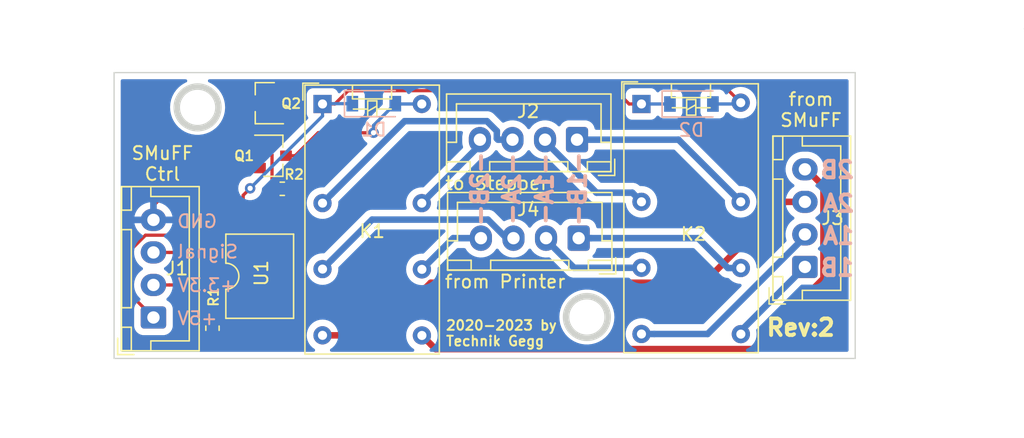
<source format=kicad_pcb>
(kicad_pcb (version 20211014) (generator pcbnew)
  (title_block (comment 4 "AISLER Project ID: FMWPPUGV"))
  (layers (0 "F.Cu" signal) (31 "B.Cu" signal) (34 "B.Paste" user) (35 "F.Paste" user) (36 "B.SilkS" user "B.Silkscreen") (37 "F.SilkS" user "F.Silkscreen") (38 "B.Mask" user) (39 "F.Mask" user) (44 "Edge.Cuts" user))
  (net 0 "")
  (net 1 "Net-(D1-Pad2)")
  (net 2 "Net-(D2-Pad2)")
  (net 3 "Net-(J1-Pad3)")
  (net 4 "Net-(J1-Pad2)")
  (net 5 "Net-(J4-Pad4)")
  (net 6 "Net-(J4-Pad3)")
  (net 7 "Net-(J4-Pad2)")
  (net 8 "Net-(J4-Pad1)")
  (net 9 "Net-(J3-Pad4)")
  (net 10 "Net-(J3-Pad3)")
  (net 11 "Net-(J3-Pad2)")
  (net 12 "Net-(J3-Pad1)")
  (net 13 "Net-(R1-Pad2)")
  (net 14 "Net-(R2-Pad2)")
  (net 15 "Net-(D1-Pad1)")
  (net 16 "Net-(J1-Pad4)")
  (net 17 "Net-(Q1-Pad1)")
  (net 18 "Net-(J2-Pad4)")
  (net 19 "Net-(J2-Pad3)")
  (net 20 "Net-(J2-Pad2)")
  (net 21 "Net-(J2-Pad1)")
  (footprint "Connector_JST:JST_XH_B4B-XH-A_1x04_P2.50mm_Vertical" (layer "F.Cu") (at 91.9226 66.7004 90)
    (fp_text reference "J1" (at 3.7592 1.8034) (layer "F.SilkS"))
    (fp_text value "JST XH")
    (fp_line (start -1.6 -2.75) (end -2.85 -2.75) (layer "F.SilkS") (width 0.12))
    (fp_line (start -2.55 -0.2) (end -1.8 -0.2) (layer "F.SilkS") (width 0.12))
    (fp_line (start -0.75 -2.45) (end -2.55 -2.45) (layer "F.SilkS") (width 0.12))
    (fp_line (start 10.05 -1.7) (end 10.05 -2.45) (layer "F.SilkS") (width 0.12))
    (fp_line (start -2.56 3.51) (end 10.06 3.51) (layer "F.SilkS") (width 0.12))
    (fp_line (start -2.55 -2.45) (end -2.55 -1.7) (layer "F.SilkS") (width 0.12))
    (fp_line (start -2.55 -1.7) (end -0.75 -1.7) (layer "F.SilkS") (width 0.12))
    (fp_line (start -2.85 -2.75) (end -2.85 -1.5) (layer "F.SilkS") (width 0.12))
    (fp_line (start 10.06 3.51) (end 10.06 -2.46) (layer "F.SilkS") (width 0.12))
    (fp_line (start 10.05 -0.2) (end 9.3 -0.2) (layer "F.SilkS") (width 0.12))
    (fp_line (start -0.75 -1.7) (end -0.75 -2.45) (layer "F.SilkS") (width 0.12))
    (fp_line (start 0.75 -2.45) (end 0.75 -1.7) (layer "F.SilkS") (width 0.12))
    (fp_line (start 9.3 -0.2) (end 9.3 2.75) (layer "F.SilkS") (width 0.12))
    (fp_line (start 6.75 -1.7) (end 6.75 -2.45) (layer "F.SilkS") (width 0.12))
    (fp_line (start 10.05 -2.45) (end 8.25 -2.45) (layer "F.SilkS") (width 0.12))
    (fp_line (start 0.75 -1.7) (end 6.75 -1.7) (layer "F.SilkS") (width 0.12))
    (fp_line (start 9.3 2.75) (end 3.75 2.75) (layer "F.SilkS") (width 0.12))
    (fp_line (start -1.8 -0.2) (end -1.8 2.75) (layer "F.SilkS") (width 0.12))
    (fp_line (start -2.56 -2.46) (end -2.56 3.51) (layer "F.SilkS") (width 0.12))
    (fp_line (start 10.06 -2.46) (end -2.56 -2.46) (layer "F.SilkS") (width 0.12))
    (fp_line (start -1.8 2.75) (end 3.75 2.75) (layer "F.SilkS") (width 0.12))
    (fp_line (start 8.25 -1.7) (end 10.05 -1.7) (layer "F.SilkS") (width 0.12))
    (fp_line (start 8.25 -2.45) (end 8.25 -1.7) (layer "F.SilkS") (width 0.12))
    (fp_line (start 6.75 -2.45) (end 0.75 -2.45) (layer "F.SilkS") (width 0.12))
    (pad "1" thru_hole roundrect locked (at 0 0 90) (size 1.7 1.95) (drill 0.95) (layers *.Cu *.Mask) (roundrect_rratio 0.1470588235) (net 15 "Net-(D1-Pad1)"))
    (pad "2" thru_hole oval locked (at 2.5 0 90) (size 1.7 1.95) (drill 0.95) (layers *.Cu *.Mask) (net 4 "Net-(J1-Pad2)"))
    (pad "3" thru_hole oval locked (at 5 0 90) (size 1.7 1.95) (drill 0.95) (layers *.Cu *.Mask) (net 3 "Net-(J1-Pad3)"))
    (pad "4" thru_hole oval locked (at 7.5 0 90) (size 1.7 1.95) (drill 0.95) (layers *.Cu *.Mask) (net 16 "Net-(J1-Pad4)"))
  )
  (footprint "Package_TO_SOT_SMD:SOT-23" (layer "F.Cu") (at 101.1014 54.2696)
    (fp_text reference "Q1" (at -2.21412 0.00512 180) (layer "F.SilkS") (effects (font (size 0.75 0.75))))
    (fp_text value "BC847/547")
    (fp_line (start 0.76 -1.58) (end -1.4 -1.58) (layer "F.SilkS") (width 0.12))
    (fp_line (start 0.76 -1.58) (end 0.76 -0.65) (layer "F.SilkS") (width 0.12))
    (fp_line (start 0.76 1.58) (end -0.7 1.58) (layer "F.SilkS") (width 0.12))
    (fp_line (start 0.76 1.58) (end 0.76 0.65) (layer "F.SilkS") (width 0.12))
    (pad "1" smd rect locked (at -1 -0.95) (size 0.9 0.8) (layers "F.Cu" "F.Paste" "F.Mask") (net 17 "Net-(Q1-Pad1)"))
    (pad "2" smd rect locked (at -1 0.95) (size 0.9 0.8) (layers "F.Cu" "F.Paste" "F.Mask") (net 16 "Net-(J1-Pad4)"))
    (pad "3" smd rect locked (at 1 0) (size 0.9 0.8) (layers "F.Cu" "F.Paste" "F.Mask") (net 1 "Net-(D1-Pad2)"))
  )
  (footprint "Package_TO_SOT_SMD:SOT-23" (layer "F.Cu") (at 100.4984 50.231 180)
    (fp_text reference "Q2" (at -1.99568 -0.03052 180) (layer "F.SilkS") (effects (font (size 0.75 0.75))))
    (fp_text value "BC847/547")
    (fp_line (start 0.76 1.58) (end 0.76 0.65) (layer "F.SilkS") (width 0.12))
    (fp_line (start 0.76 -1.58) (end -1.4 -1.58) (layer "F.SilkS") (width 0.12))
    (fp_line (start 0.76 -1.58) (end 0.76 -0.65) (layer "F.SilkS") (width 0.12))
    (fp_line (start 0.76 1.58) (end -0.7 1.58) (layer "F.SilkS") (width 0.12))
    (pad "1" smd rect locked (at -1 -0.95 180) (size 0.9 0.8) (layers "F.Cu" "F.Paste" "F.Mask") (net 17 "Net-(Q1-Pad1)"))
    (pad "2" smd rect locked (at -1 0.95 180) (size 0.9 0.8) (layers "F.Cu" "F.Paste" "F.Mask") (net 16 "Net-(J1-Pad4)"))
    (pad "3" smd rect locked (at 1 0 180) (size 0.9 0.8) (layers "F.Cu" "F.Paste" "F.Mask") (net 2 "Net-(D2-Pad2)"))
  )
  (footprint "Resistor_SMD:R_0603_1608Metric" (layer "F.Cu") (at 96.45396 67.52326 -90)
    (fp_text reference "R1" (at -2.39268 -0.08128 90) (layer "F.SilkS") (effects (font (size 0.75 0.75))))
    (fp_text value "390R")
    (fp_line (start -0.162779 -0.51) (end 0.162779 -0.51) (layer "F.SilkS") (width 0.12))
    (fp_line (start -0.162779 0.51) (end 0.162779 0.51) (layer "F.SilkS") (width 0.12))
    (pad "1" smd roundrect locked (at -0.7875 0 270) (size 0.875 0.95) (layers "F.Cu" "F.Paste" "F.Mask") (net 4 "Net-(J1-Pad2)"))
    (pad "2" smd roundrect locked (at 0.7875 0 270) (size 0.875 0.95) (layers "F.Cu" "F.Paste" "F.Mask") (net 13 "Net-(R1-Pad2)"))
  )
  (footprint "Resistor_SMD:R_0603_1608Metric" (layer "F.Cu") (at 101.81346 56.80964)
    (fp_text reference "R2" (at 0.90414 -1.10236) (layer "F.SilkS") (effects (font (size 0.75 0.75))))
    (fp_text value "1K")
    (fp_line (start -0.162779 -0.51) (end 0.162779 -0.51) (layer "F.SilkS") (width 0.12))
    (fp_line (start -0.162779 0.51) (end 0.162779 0.51) (layer "F.SilkS") (width 0.12))
    (pad "1" smd roundrect locked (at -0.7875 0) (size 0.875 0.95) (layers "F.Cu" "F.Paste" "F.Mask") (net 17 "Net-(Q1-Pad1)"))
    (pad "2" smd roundrect locked (at 0.7875 0) (size 0.875 0.95) (layers "F.Cu" "F.Paste" "F.Mask") (net 14 "Net-(R2-Pad2)"))
  )
  (footprint "Package_DIP:SMDIP-4_W9.53mm_Clearance8mm" (layer "F.Cu") (at 100.08108 63.53048 90)
    (fp_text reference "U1" (at 0.23368 0.127 90) (layer "F.SilkS"))
    (fp_text value "TLP521")
    (fp_line (start 3.235 2.6) (end 3.235 -2.6) (layer "F.SilkS") (width 0.12))
    (fp_line (start 3.235 -2.6) (end 1 -2.6) (layer "F.SilkS") (width 0.12))
    (fp_line (start -1 -2.6) (end -3.235 -2.6) (layer "F.SilkS") (width 0.12))
    (fp_line (start -3.235 -2.6) (end -3.235 2.6) (layer "F.SilkS") (width 0.12))
    (fp_line (start -3.235 2.6) (end 3.235 2.6) (layer "F.SilkS") (width 0.12))
    (fp_arc (start 1 -2.6) (mid 0 -1.6) (end -1 -2.6) (layer "F.SilkS") (width 0.12))
    (pad "1" smd rect locked (at -4.765 -1.27 90) (size 1.5 1.78) (layers "F.Cu" "F.Paste" "F.Mask") (net 13 "Net-(R1-Pad2)"))
    (pad "2" smd rect locked (at -4.765 1.27 90) (size 1.5 1.78) (layers "F.Cu" "F.Paste" "F.Mask") (net 3 "Net-(J1-Pad3)"))
    (pad "3" smd rect locked (at 4.765 1.27 90) (size 1.5 1.78) (layers "F.Cu" "F.Paste" "F.Mask") (net 14 "Net-(R2-Pad2)"))
    (pad "4" smd rect locked (at 4.765 -1.27 90) (size 1.5 1.78) (layers "F.Cu" "F.Paste" "F.Mask") (net 15 "Net-(D1-Pad1)"))
  )
  (footprint "Relay_THT:Relay_DPDT_Omron_G5V-2" (layer "F.Cu") (at 104.902 50.292)
    (fp_text reference "K1" (at 3.81 9.779) (layer "F.SilkS"))
    (fp_text value "G6A-274P")
    (fp_line (start 3.47 0.39) (end 2.37 0.39) (layer "F.SilkS") (width 0.12))
    (fp_line (start 3.47 -0.24) (end 3.47 0.96) (layer "F.SilkS") (width 0.12))
    (fp_line (start 4.17 0.96) (end 4.17 -0.24) (layer "F.SilkS") (width 0.12))
    (fp_line (start 4.17 -0.24) (end 3.47 -0.24) (layer "F.SilkS") (width 0.12))
    (fp_line (start -1.51 -0.3) (end -1.51 -1.6) (layer "F.SilkS") (width 0.12))
    (fp_line (start 2.3 -1.45) (end 2.3 -0.41) (layer "F.SilkS") (width 0.12))
    (fp_line (start -1.51 -1.6) (end -0.3 -1.6) (layer "F.SilkS") (width 0.12))
    (fp_line (start 3.47 0.56) (end 4.17 0.16) (layer "F.SilkS") (width 0.12))
    (fp_line (start -1.35 19.22) (end 8.97 19.22) (layer "F.SilkS") (width 0.12))
    (fp_line (start 8.97 19.22) (end 8.97 -1.45) (layer "F.SilkS") (width 0.12))
    (fp_line (start -1.35 -1.45) (end -1.35 19.22) (layer "F.SilkS") (width 0.12))
    (fp_line (start 2.3 -0.39) (end 5.3 -0.39) (layer "F.SilkS") (width 0.12))
    (fp_line (start 5.3 -0.39) (end 5.3 -1.45) (layer "F.SilkS") (width 0.12))
    (fp_line (start 4.17 0.39) (end 5.27 0.39) (layer "F.SilkS") (width 0.12))
    (fp_line (start 8.97 -1.45) (end -1.35 -1.45) (layer "F.SilkS") (width 0.12))
    (fp_line (start 3.47 0.96) (end 4.17 0.96) (layer "F.SilkS") (width 0.12))
    (pad "1" thru_hole rect locked (at 0 -0.002) (size 1.4 1.4) (drill 0.7) (layers *.Cu *.Mask) (net 15 "Net-(D1-Pad1)"))
    (pad "4" thru_hole circle locked (at 0 7.62) (size 1.4 1.4) (drill 0.7) (layers *.Cu *.Mask) (net 19 "Net-(J2-Pad3)"))
    (pad "6" thru_hole circle locked (at 0 12.69) (size 1.4 1.4) (drill 0.7) (layers *.Cu *.Mask) (net 6 "Net-(J4-Pad3)"))
    (pad "8" thru_hole circle locked (at 0 17.78) (size 1.4 1.4) (drill 0.7) (layers *.Cu *.Mask) (net 10 "Net-(J3-Pad3)"))
    (pad "9" thru_hole circle locked (at 7.63 17.79) (size 1.4 1.4) (drill 0.7) (layers *.Cu *.Mask) (net 9 "Net-(J3-Pad4)"))
    (pad "11" thru_hole circle locked (at 7.63 12.71) (size 1.4 1.4) (drill 0.7) (layers *.Cu *.Mask) (net 5 "Net-(J4-Pad4)"))
    (pad "13" thru_hole circle locked (at 7.62 7.62) (size 1.4 1.4) (drill 0.7) (layers *.Cu *.Mask) (net 18 "Net-(J2-Pad4)"))
    (pad "16" thru_hole circle locked (at 7.62 0) (size 1.4 1.4) (drill 0.7) (layers *.Cu *.Mask) (net 1 "Net-(D1-Pad2)"))
  )
  (footprint "Connector_JST:JST_XH_B4B-XH-A_1x04_P2.50mm_Vertical" (layer "F.Cu") (at 141.9352 62.8142 90)
    (fp_text reference "J3" (at 3.7465 2.1209 180) (layer "F.SilkS"))
    (fp_text value "JST XH")
    (fp_line (start 10.05 -2.45) (end 8.25 -2.45) (layer "F.SilkS") (width 0.12))
    (fp_line (start -2.56 3.51) (end 10.06 3.51) (layer "F.SilkS") (width 0.12))
    (fp_line (start 8.25 -1.7) (end 10.05 -1.7) (layer "F.SilkS") (width 0.12))
    (fp_line (start -0.75 -1.7) (end -0.75 -2.45) (layer "F.SilkS") (width 0.12))
    (fp_line (start 10.05 -1.7) (end 10.05 -2.45) (layer "F.SilkS") (width 0.12))
    (fp_line (start 8.25 -2.45) (end 8.25 -1.7) (layer "F.SilkS") (width 0.12))
    (fp_line (start -1.6 -2.75) (end -2.85 -2.75) (layer "F.SilkS") (width 0.12))
    (fp_line (start -2.56 -2.46) (end -2.56 3.51) (layer "F.SilkS") (width 0.12))
    (fp_line (start 10.06 3.51) (end 10.06 -2.46) (layer "F.SilkS") (width 0.12))
    (fp_line (start -1.8 -0.2) (end -1.8 2.75) (layer "F.SilkS") (width 0.12))
    (fp_line (start 0.75 -1.7) (end 6.75 -1.7) (layer "F.SilkS") (width 0.12))
    (fp_line (start 10.06 -2.46) (end -2.56 -2.46) (layer "F.SilkS") (width 0.12))
    (fp_line (start -2.55 -2.45) (end -2.55 -1.7) (layer "F.SilkS") (width 0.12))
    (fp_line (start -2.85 -2.75) (end -2.85 -1.5) (layer "F.SilkS") (width 0.12))
    (fp_line (start -2.55 -0.2) (end -1.8 -0.2) (layer "F.SilkS") (width 0.12))
    (fp_line (start 10.05 -0.2) (end 9.3 -0.2) (layer "F.SilkS") (width 0.12))
    (fp_line (start -0.75 -2.45) (end -2.55 -2.45) (layer "F.SilkS") (width 0.12))
    (fp_line (start 0.75 -2.45) (end 0.75 -1.7) (layer "F.SilkS") (width 0.12))
    (fp_line (start 6.75 -1.7) (end 6.75 -2.45) (layer "F.SilkS") (width 0.12))
    (fp_line (start 9.3 -0.2) (end 9.3 2.75) (layer "F.SilkS") (width 0.12))
    (fp_line (start -1.8 2.75) (end 3.75 2.75) (layer "F.SilkS") (width 0.12))
    (fp_line (start 6.75 -2.45) (end 0.75 -2.45) (layer "F.SilkS") (width 0.12))
    (fp_line (start 9.3 2.75) (end 3.75 2.75) (layer "F.SilkS") (width 0.12))
    (fp_line (start -2.55 -1.7) (end -0.75 -1.7) (layer "F.SilkS") (width 0.12))
    (pad "1" thru_hole roundrect locked (at 0 0 90) (size 1.7 1.95) (drill 0.95) (layers *.Cu *.Mask) (roundrect_rratio 0.1470588235) (net 12 "Net-(J3-Pad1)"))
    (pad "2" thru_hole oval locked (at 2.5 0 90) (size 1.7 1.95) (drill 0.95) (layers *.Cu *.Mask) (net 11 "Net-(J3-Pad2)"))
    (pad "3" thru_hole oval locked (at 5 0 90) (size 1.7 1.95) (drill 0.95) (layers *.Cu *.Mask) (net 10 "Net-(J3-Pad3)"))
    (pad "4" thru_hole oval locked (at 7.5 0 90) (size 1.7 1.95) (drill 0.95) (layers *.Cu *.Mask) (net 9 "Net-(J3-Pad4)"))
  )
  (footprint "Relay_THT:Relay_DPDT_Omron_G5V-2" (layer "F.Cu") (at 129.3876 50.1904)
    (fp_text reference "K2" (at 4.0005 10.0965) (layer "F.SilkS"))
    (fp_text value "G6A-274P")
    (fp_line (start 2.3 -1.45) (end 2.3 -0.41) (layer "F.SilkS") (width 0.12))
    (fp_line (start -1.35 -1.45) (end -1.35 19.22) (layer "F.SilkS") (width 0.12))
    (fp_line (start 8.97 19.22) (end 8.97 -1.45) (layer "F.SilkS") (width 0.12))
    (fp_line (start 5.3 -0.39) (end 5.3 -1.45) (layer "F.SilkS") (width 0.12))
    (fp_line (start 3.47 0.96) (end 4.17 0.96) (layer "F.SilkS") (width 0.12))
    (fp_line (start 4.17 0.39) (end 5.27 0.39) (layer "F.SilkS") (width 0.12))
    (fp_line (start 3.47 -0.24) (end 3.47 0.96) (layer "F.SilkS") (width 0.12))
    (fp_line (start -1.35 19.22) (end 8.97 19.22) (layer "F.SilkS") (width 0.12))
    (fp_line (start 4.17 0.96) (end 4.17 -0.24) (layer "F.SilkS") (width 0.12))
    (fp_line (start -1.51 -0.3) (end -1.51 -1.6) (layer "F.SilkS") (width 0.12))
    (fp_line (start 2.3 -0.39) (end 5.3 -0.39) (layer "F.SilkS") (width 0.12))
    (fp_line (start 8.97 -1.45) (end -1.35 -1.45) (layer "F.SilkS") (width 0.12))
    (fp_line (start 3.47 0.56) (end 4.17 0.16) (layer "F.SilkS") (width 0.12))
    (fp_line (start 3.47 0.39) (end 2.37 0.39) (layer "F.SilkS") (width 0.12))
    (fp_line (start -1.51 -1.6) (end -0.3 -1.6) (layer "F.SilkS") (width 0.12))
    (fp_line (start 4.17 -0.24) (end 3.47 -0.24) (layer "F.SilkS") (width 0.12))
    (pad "1" thru_hole rect locked (at 0 0.0996) (size 1.4 1.4) (drill 0.7) (layers *.Cu *.Mask) (net 15 "Net-(D1-Pad1)"))
    (pad "4" thru_hole circle locked (at 0 7.62) (size 1.4 1.4) (drill 0.7) (layers *.Cu *.Mask) (net 20 "Net-(J2-Pad2)"))
    (pad "6" thru_hole circle locked (at 0 12.69) (size 1.4 1.4) (drill 0.7) (layers *.Cu *.Mask) (net 7 "Net-(J4-Pad2)"))
    (pad "8" thru_hole circle locked (at 0 17.78) (size 1.4 1.4) (drill 0.7) (layers *.Cu *.Mask) (net 11 "Net-(J3-Pad2)"))
    (pad "9" thru_hole circle locked (at 7.63 17.79) (size 1.4 1.4) (drill 0.7) (layers *.Cu *.Mask) (net 12 "Net-(J3-Pad1)"))
    (pad "11" thru_hole circle locked (at 7.63 12.71) (size 1.4 1.4) (drill 0.7) (layers *.Cu *.Mask) (net 8 "Net-(J4-Pad1)"))
    (pad "13" thru_hole circle locked (at 7.62 7.62) (size 1.4 1.4) (drill 0.7) (layers *.Cu *.Mask) (net 21 "Net-(J2-Pad1)"))
    (pad "16" thru_hole circle locked (at 7.62 0) (size 1.4 1.4) (drill 0.7) (layers *.Cu *.Mask) (net 2 "Net-(D2-Pad2)"))
  )
  (footprint "Connector_JST:JST_XH_B4B-XH-A_1x04_P2.50mm_Vertical" (layer "F.Cu") (at 124.4854 53.0352 180)
    (fp_text reference "J2" (at 3.7973 2.1844) (layer "F.SilkS"))
    (fp_text value "JST XH")
    (fp_line (start 10.05 -0.2) (end 9.3 -0.2) (layer "F.SilkS") (width 0.12))
    (fp_line (start -0.75 -2.45) (end -2.55 -2.45) (layer "F.SilkS") (width 0.12))
    (fp_line (start -2.55 -1.7) (end -0.75 -1.7) (layer "F.SilkS") (width 0.12))
    (fp_line (start -0.75 -1.7) (end -0.75 -2.45) (layer "F.SilkS") (width 0.12))
    (fp_line (start -2.56 3.51) (end 10.06 3.51) (layer "F.SilkS") (width 0.12))
    (fp_line (start 6.75 -1.7) (end 6.75 -2.45) (layer "F.SilkS") (width 0.12))
    (fp_line (start -2.56 -2.46) (end -2.56 3.51) (layer "F.SilkS") (width 0.12))
    (fp_line (start -1.6 -2.75) (end -2.85 -2.75) (layer "F.SilkS") (width 0.12))
    (fp_line (start -2.55 -2.45) (end -2.55 -1.7) (layer "F.SilkS") (width 0.12))
    (fp_line (start 0.75 -2.45) (end 0.75 -1.7) (layer "F.SilkS") (width 0.12))
    (fp_line (start 9.3 -0.2) (end 9.3 2.75) (layer "F.SilkS") (width 0.12))
    (fp_line (start -2.55 -0.2) (end -1.8 -0.2) (layer "F.SilkS") (width 0.12))
    (fp_line (start 10.06 -2.46) (end -2.56 -2.46) (layer "F.SilkS") (width 0.12))
    (fp_line (start 10.06 3.51) (end 10.06 -2.46) (layer "F.SilkS") (width 0.12))
    (fp_line (start 8.25 -1.7) (end 10.05 -1.7) (layer "F.SilkS") (width 0.12))
    (fp_line (start 9.3 2.75) (end 3.75 2.75) (layer "F.SilkS") (width 0.12))
    (fp_line (start 0.75 -1.7) (end 6.75 -1.7) (layer "F.SilkS") (width 0.12))
    (fp_line (start 6.75 -2.45) (end 0.75 -2.45) (layer "F.SilkS") (width 0.12))
    (fp_line (start 10.05 -1.7) (end 10.05 -2.45) (layer "F.SilkS") (width 0.12))
    (fp_line (start -1.8 2.75) (end 3.75 2.75) (layer "F.SilkS") (width 0.12))
    (fp_line (start -1.8 -0.2) (end -1.8 2.75) (layer "F.SilkS") (width 0.12))
    (fp_line (start 10.05 -2.45) (end 8.25 -2.45) (layer "F.SilkS") (width 0.12))
    (fp_line (start 8.25 -2.45) (end 8.25 -1.7) (layer "F.SilkS") (width 0.12))
    (fp_line (start -2.85 -2.75) (end -2.85 -1.5) (layer "F.SilkS") (width 0.12))
    (pad "1" thru_hole roundrect locked (at 0.046 0 180) (size 1.7 1.95) (drill 0.95) (layers *.Cu *.Mask) (roundrect_rratio 0.147) (net 21 "Net-(J2-Pad1)"))
    (pad "2" thru_hole oval locked (at 2.5 0 180) (size 1.7 1.95) (drill 0.95) (layers *.Cu *.Mask) (net 20 "Net-(J2-Pad2)"))
    (pad "3" thru_hole oval locked (at 5 0 180) (size 1.7 1.95) (drill 0.95) (layers *.Cu *.Mask) (net 19 "Net-(J2-Pad3)"))
    (pad "4" thru_hole oval locked (at 7.5 0 180) (size 1.7 1.95) (drill 0.95) (layers *.Cu *.Mask) (net 18 "Net-(J2-Pad4)"))
  )
  (footprint "Connector_JST:JST_XH_B4B-XH-A_1x04_P2.50mm_Vertical" (layer "F.Cu") (at 124.5616 60.6044 180)
    (fp_text reference "J4" (at 3.8735 2.2098) (layer "F.SilkS"))
    (fp_text value "JST XH")
    (fp_line (start -1.8 2.75) (end 3.75 2.75) (layer "F.SilkS") (width 0.12))
    (fp_line (start 6.75 -2.45) (end 0.75 -2.45) (layer "F.SilkS") (width 0.12))
    (fp_line (start -2.85 -2.75) (end -2.85 -1.5) (layer "F.SilkS") (width 0.12))
    (fp_line (start -2.56 3.51) (end 10.06 3.51) (layer "F.SilkS") (width 0.12))
    (fp_line (start 0.75 -2.45) (end 0.75 -1.7) (layer "F.SilkS") (width 0.12))
    (fp_line (start 10.05 -0.2) (end 9.3 -0.2) (layer "F.SilkS") (width 0.12))
    (fp_line (start -0.75 -1.7) (end -0.75 -2.45) (layer "F.SilkS") (width 0.12))
    (fp_line (start 10.06 -2.46) (end -2.56 -2.46) (layer "F.SilkS") (width 0.12))
    (fp_line (start -1.6 -2.75) (end -2.85 -2.75) (layer "F.SilkS") (width 0.12))
    (fp_line (start -0.75 -2.45) (end -2.55 -2.45) (layer "F.SilkS") (width 0.12))
    (fp_line (start 8.25 -1.7) (end 10.05 -1.7) (layer "F.SilkS") (width 0.12))
    (fp_line (start 0.75 -1.7) (end 6.75 -1.7) (layer "F.SilkS") (width 0.12))
    (fp_line (start -2.56 -2.46) (end -2.56 3.51) (layer "F.SilkS") (width 0.12))
    (fp_line (start -2.55 -1.7) (end -0.75 -1.7) (layer "F.SilkS") (width 0.12))
    (fp_line (start -2.55 -0.2) (end -1.8 -0.2) (layer "F.SilkS") (width 0.12))
    (fp_line (start 10.05 -1.7) (end 10.05 -2.45) (layer "F.SilkS") (width 0.12))
    (fp_line (start 10.06 3.51) (end 10.06 -2.46) (layer "F.SilkS") (width 0.12))
    (fp_line (start 8.25 -2.45) (end 8.25 -1.7) (layer "F.SilkS") (width 0.12))
    (fp_line (start -2.55 -2.45) (end -2.55 -1.7) (layer "F.SilkS") (width 0.12))
    (fp_line (start 10.05 -2.45) (end 8.25 -2.45) (layer "F.SilkS") (width 0.12))
    (fp_line (start 6.75 -1.7) (end 6.75 -2.45) (layer "F.SilkS") (width 0.12))
    (fp_line (start 9.3 2.75) (end 3.75 2.75) (layer "F.SilkS") (width 0.12))
    (fp_line (start -1.8 -0.2) (end -1.8 2.75) (layer "F.SilkS") (width 0.12))
    (fp_line (start 9.3 -0.2) (end 9.3 2.75) (layer "F.SilkS") (width 0.12))
    (pad "1" thru_hole roundrect locked (at -0.0048 0 180) (size 1.7 1.95) (drill 0.95) (layers *.Cu *.Mask) (roundrect_rratio 0.147) (net 8 "Net-(J4-Pad1)"))
    (pad "2" thru_hole oval locked (at 2.5 0 180) (size 1.7 1.95) (drill 0.95) (layers *.Cu *.Mask) (net 7 "Net-(J4-Pad2)"))
    (pad "3" thru_hole oval locked (at 5 0 180) (size 1.7 1.95) (drill 0.95) (layers *.Cu *.Mask) (net 6 "Net-(J4-Pad3)"))
    (pad "4" thru_hole oval locked (at 7.5 0 180) (size 1.7 1.95) (drill 0.95) (layers *.Cu *.Mask) (net 5 "Net-(J4-Pad4)"))
  )
  (footprint "Diode_SMD:D_SOD-123" (layer "B.Cu") (at 133.2229 50.292)
    (fp_text reference "D2" (at 0 2 180) (layer "B.SilkS") (effects (justify mirror)))
    (fp_text value "1N4148")
    (fp_line (start -2.25 -1) (end 1.65 -1) (layer "B.SilkS") (width 0.12))
    (fp_line (start -2.25 1) (end 1.65 1) (layer "B.SilkS") (width 0.12))
    (fp_line (start -2.25 1) (end -2.25 -1) (layer "B.SilkS") (width 0.12))
    (pad "1" smd rect (at -1.65 0) (size 0.9 1.2) (layers "B.Cu" "B.Paste" "B.Mask") (net 15 "Net-(D1-Pad1)"))
    (pad "2" smd rect (at 1.65 0) (size 0.9 1.2) (layers "B.Cu" "B.Paste" "B.Mask") (net 2 "Net-(D2-Pad2)"))
  )
  (footprint "Diode_SMD:D_SOD-123" (layer "B.Cu") (at 108.8389 50.2666)
    (fp_text reference "D1" (at 0 2 180) (layer "B.SilkS") (effects (justify mirror)))
    (fp_text value "1N4148")
    (fp_line (start -2.25 1) (end -2.25 -1) (layer "B.SilkS") (width 0.12))
    (fp_line (start -2.25 -1) (end 1.65 -1) (layer "B.SilkS") (width 0.12))
    (fp_line (start -2.25 1) (end 1.65 1) (layer "B.SilkS") (width 0.12))
    (pad "1" smd rect (at -1.65 0) (size 0.9 1.2) (layers "B.Cu" "B.Paste" "B.Mask") (net 15 "Net-(D1-Pad1)"))
    (pad "2" smd rect (at 1.65 0) (size 0.9 1.2) (layers "B.Cu" "B.Paste" "B.Mask") (net 1 "Net-(D1-Pad2)"))
  )
  (gr_line (start 158.75 44.5135) (end 158.75 44.5135) (layer "Edge.Cuts") (width 0.05))
  (gr_circle (center 95.31096 50.55128) (end 96.91096 50.55128) (layer "Edge.Cuts") (width 0.5) (fill none))
  (gr_line (start 145.796 47.879) (end 88.9 47.879) (layer "Edge.Cuts") (width 0.1))
  (gr_line (start 88.9 69.85) (end 145.796 69.85) (layer "Edge.Cuts") (width 0.1))
  (gr_line (start 145.796 69.85) (end 145.796 47.879) (layer "Edge.Cuts") (width 0.1))
  (gr_circle (center 125.1966 66.66484) (end 126.7966 66.66484) (layer "Edge.Cuts") (width 0.5) (fill none))
  (gr_line (start 88.9 47.879) (end 88.9 69.85) (layer "Edge.Cuts") (width 0.1))
  (gr_text "1A" (at 144.511223 60.4266) (layer "B.SilkS") (effects (font (size 1.27 1.27) (thickness 0.3)) (justify mirror)))
  (gr_text "1B" (at 144.40408 62.87008) (layer "B.SilkS") (effects (font (size 1.27 1.27) (thickness 0.3)) (justify mirror)))
  (gr_text "2B" (at 144.40408 55.35676) (layer "B.SilkS") (effects (font (size 1.27 1.27) (thickness 0.3)) (justify mirror)))
  (gr_text "2A" (at 144.511223 57.94248) (layer "B.SilkS") (effects (font (size 1.27 1.27) (thickness 0.3)) (justify mirror)))
  (gr_text "GND" (at 95.2754 59.309) (layer "B.SilkS") (effects (font (size 1 1)) (justify mirror)))
  (gr_text "-2B-" (at 116.98224 56.8198 90) (layer "B.SilkS") (effects (font (size 1.27 1.27) (thickness 0.3)) (justify mirror)))
  (gr_text "-2A-" (at 119.4308 56.819801 90) (layer "B.SilkS") (effects (font (size 1.27 1.27) (thickness 0.3)) (justify mirror)))
  (gr_text "+3.3V" (at 96.0374 64.2239) (layer "B.SilkS") (effects (font (size 1 1)) (justify mirror)))
  (gr_text "Signal" (at 96.0755 61.6458) (layer "B.SilkS") (effects (font (size 1 1)) (justify mirror)))
  (gr_text "+5V" (at 95.3008 66.7639) (layer "B.SilkS") (effects (font (size 1 1)) (justify mirror)))
  (gr_text "-1B-" (at 124.49556 56.8198 90) (layer "B.SilkS") (effects (font (size 1.27 1.27) (thickness 0.3)) (justify mirror)))
  (gr_text "-1A-" (at 121.95048 56.819801 90) (layer "B.SilkS") (effects (font (size 1.27 1.27) (thickness 0.3)) (justify mirror)))
  (gr_text "to Stepper" (at 118.2878 56.388) (layer "F.SilkS") (effects (font (size 1 1))))
  (gr_text "SMuFF\nCtrl" (at 92.6084 54.8767) (layer "F.SilkS") (effects (font (size 1 1))))
  (gr_text "from\nSMuFF" (at 142.40256 50.72888) (layer "F.SilkS") (effects (font (size 1 1))))
  (gr_text "2020-2023 by\nTechnik Gegg" (at 114.30508 67.90944) (layer "F.SilkS") (effects (font (size 0.75 0.75)) (justify left)))
  (gr_text "from Printer" (at 118.9228 63.9445) (layer "F.SilkS") (effects (font (size 1 1))))
  (gr_text "Rev:2\n" (at 141.61008 67.47256) (layer "F.SilkS") (effects (font (size 1.27 1.27) (thickness 0.3))))
  (segment (start 102.8014 54.2696) (end 104.5692 52.5018) (width 0.25) (layer "F.Cu") (net 1))
  (segment (start 104.5692 52.5018) (end 105.128798 52.5018) (width 0.25) (layer "F.Cu") (net 1))
  (segment (start 105.128798 52.5018) (end 108.81868 52.5018) (width 0.25) (layer "F.Cu") (net 1))
  (segment (start 102.1014 54.2696) (end 102.8014 54.2696) (width 0.25) (layer "F.Cu") (net 1))
  (via (at 108.81868 52.5018) (size 0.8) (drill 0.4) (layers "F.Cu" "B.Cu") (net 1))
  (segment (start 112.522 50.292) (end 110.5143 50.292) (width 0.25) (layer "B.Cu") (net 1))
  (segment (start 108.81868 51.93682) (end 108.81868 52.5018) (width 0.25) (layer "B.Cu") (net 1))
  (segment (start 110.4889 50.2666) (end 108.81868 51.93682) (width 0.25) (layer "B.Cu") (net 1))
  (segment (start 110.5143 50.292) (end 110.4889 50.2666) (width 0.25) (layer "B.Cu") (net 1))
  (segment (start 136.307601 49.490401) (end 137.0076 50.1904) (width 0.25) (layer "F.Cu") (net 2))
  (segment (start 135.373199 48.555999) (end 136.307601 49.490401) (width 0.25) (layer "F.Cu") (net 2))
  (segment (start 100.788399 48.555999) (end 135.373199 48.555999) (width 0.25) (layer "F.Cu") (net 2))
  (segment (start 99.93888 50.231) (end 100.13399 50.03589) (width 0.25) (layer "F.Cu") (net 2))
  (segment (start 100.13399 49.210408) (end 100.788399 48.555999) (width 0.25) (layer "F.Cu") (net 2))
  (segment (start 100.13399 50.03589) (end 100.13399 49.210408) (width 0.25) (layer "F.Cu") (net 2))
  (segment (start 99.4984 50.231) (end 99.93888 50.231) (width 0.25) (layer "F.Cu") (net 2))
  (segment (start 134.8729 50.292) (end 136.906 50.292) (width 0.25) (layer "B.Cu") (net 2))
  (segment (start 136.906 50.292) (end 137.0076 50.1904) (width 0.25) (layer "B.Cu") (net 2))
  (segment (start 101.35108 68.29548) (end 101.35108 67.29548) (width 0.25) (layer "F.Cu") (net 3))
  (segment (start 101.35108 67.29548) (end 95.756 61.7004) (width 0.25) (layer "F.Cu") (net 3))
  (segment (start 93.1476 61.7004) (end 91.9226 61.7004) (width 0.25) (layer "F.Cu") (net 3))
  (segment (start 95.756 61.7004) (end 93.1476 61.7004) (width 0.25) (layer "F.Cu") (net 3))
  (segment (start 91.9226 61.7004) (end 92.0476 61.7004) (width 0.25) (layer "F.Cu") (net 3))
  (segment (start 93.1476 64.2004) (end 91.9226 64.2004) (width 0.25) (layer "F.Cu") (net 4))
  (segment (start 96.37268 66.19836) (end 94.37472 64.2004) (width 0.25) (layer "F.Cu") (net 4))
  (segment (start 91.9626 64.1604) (end 91.9226 64.2004) (width 0.25) (layer "F.Cu") (net 4))
  (segment (start 94.37472 64.2004) (end 93.1476 64.2004) (width 0.25) (layer "F.Cu") (net 4))
  (segment (start 96.37268 66.73586) (end 96.37268 66.19836) (width 0.25) (layer "F.Cu") (net 4))
  (segment (start 112.532 63.002) (end 114.9296 60.6044) (width 0.5) (layer "B.Cu") (net 5))
  (segment (start 114.9296 60.6044) (end 117.0616 60.6044) (width 0.5) (layer "B.Cu") (net 5))
  (segment (start 105.601999 62.282001) (end 104.902 62.982) (width 0.5) (layer "B.Cu") (net 6))
  (segment (start 117.600081 59.17939) (end 108.70461 59.17939) (width 0.5) (layer "B.Cu") (net 6))
  (segment (start 108.70461 59.17939) (end 105.601999 62.282001) (width 0.5) (layer "B.Cu") (net 6))
  (segment (start 119.025091 60.6044) (end 117.600081 59.17939) (width 0.5) (layer "B.Cu") (net 6))
  (segment (start 119.5616 60.6044) (end 119.025091 60.6044) (width 0.5) (layer "B.Cu") (net 6))
  (segment (start 124.2126 62.8804) (end 122.0616 60.7294) (width 0.5) (layer "B.Cu") (net 7))
  (segment (start 122.0616 60.7294) (end 122.0616 60.6044) (width 0.5) (layer "B.Cu") (net 7))
  (segment (start 129.3876 62.8804) (end 124.2126 62.8804) (width 0.5) (layer "B.Cu") (net 7))
  (segment (start 137.0176 62.9004) (end 136.027651 62.9004) (width 0.5) (layer "B.Cu") (net 8))
  (segment (start 136.027651 62.9004) (end 133.731651 60.6044) (width 0.5) (layer "B.Cu") (net 8))
  (segment (start 133.731651 60.6044) (end 125.5164 60.6044) (width 0.5) (layer "B.Cu") (net 8))
  (segment (start 125.5164 60.6044) (end 124.5664 60.6044) (width 0.5) (layer "B.Cu") (net 8))
  (segment (start 142.0602 55.3142) (end 143.36021 56.61421) (width 0.5) (layer "F.Cu") (net 9))
  (segment (start 143.36021 63.704156) (end 137.933965 69.130401) (width 0.5) (layer "F.Cu") (net 9))
  (segment (start 137.933965 69.130401) (end 113.580401 69.130401) (width 0.5) (layer "F.Cu") (net 9))
  (segment (start 143.36021 56.61421) (end 143.36021 63.704156) (width 0.5) (layer "F.Cu") (net 9))
  (segment (start 113.580401 69.130401) (end 113.231999 68.781999) (width 0.5) (layer "F.Cu") (net 9))
  (segment (start 141.9352 55.3142) (end 142.0602 55.3142) (width 0.5) (layer "F.Cu") (net 9))
  (segment (start 113.231999 68.781999) (end 112.532 68.082) (width 0.5) (layer "F.Cu") (net 9))
  (segment (start 109.164002 68.072) (end 113.205601 64.030401) (width 0.5) (layer "F.Cu") (net 10))
  (segment (start 113.205601 64.030401) (end 134.185597 64.030401) (width 0.5) (layer "F.Cu") (net 10))
  (segment (start 104.902 68.072) (end 109.164002 68.072) (width 0.5) (layer "F.Cu") (net 10))
  (segment (start 140.401798 57.8142) (end 140.4602 57.8142) (width 0.5) (layer "F.Cu") (net 10))
  (segment (start 140.4602 57.8142) (end 141.9352 57.8142) (width 0.5) (layer "F.Cu") (net 10))
  (segment (start 134.185597 64.030401) (end 140.401798 57.8142) (width 0.5) (layer "F.Cu") (net 10))
  (segment (start 141.9352 60.3142) (end 141.9352 60.499234) (width 0.5) (layer "B.Cu") (net 11))
  (segment (start 130.377549 67.9704) (end 129.3876 67.9704) (width 0.5) (layer "B.Cu") (net 11))
  (segment (start 134.464034 67.9704) (end 130.377549 67.9704) (width 0.5) (layer "B.Cu") (net 11))
  (segment (start 141.9352 60.499234) (end 134.464034 67.9704) (width 0.5) (layer "B.Cu") (net 11))
  (segment (start 141.9352 62.8142) (end 137.0176 67.7318) (width 0.5) (layer "B.Cu") (net 12))
  (segment (start 137.0176 67.7318) (end 137.0176 67.9804) (width 0.5) (layer "B.Cu") (net 12))
  (segment (start 98.81108 68.29548) (end 98.67108 68.29548) (width 0.25) (layer "F.Cu") (net 13))
  (segment (start 96.37268 68.31086) (end 98.7957 68.31086) (width 0.25) (layer "F.Cu") (net 13))
  (segment (start 99.1362 68.2244) (end 99.1362 68.1144) (width 0.25) (layer "F.Cu") (net 13))
  (segment (start 98.7957 68.31086) (end 98.81108 68.29548) (width 0.25) (layer "F.Cu") (net 13))
  (segment (start 101.49108 58.76548) (end 101.35108 58.76548) (width 0.25) (layer "F.Cu") (net 14))
  (segment (start 102.60096 57.6556) (end 101.49108 58.76548) (width 0.25) (layer "F.Cu") (net 14))
  (segment (start 102.60096 56.80964) (end 102.60096 57.6556) (width 0.25) (layer "F.Cu") (net 14))
  (segment (start 98.81108 57.30748) (end 99.34448 56.77408) (width 0.25) (layer "F.Cu") (net 15))
  (segment (start 105.852 50.29) (end 104.902 50.29) (width 0.25) (layer "F.Cu") (net 15))
  (segment (start 90.20556 61.480745) (end 91.310895 60.37541) (width 0.25) (layer "F.Cu") (net 15))
  (segment (start 91.9226 66.7004) (end 90.20556 64.98336) (width 0.25) (layer "F.Cu") (net 15))
  (segment (start 97.67108 58.76548) (end 98.81108 58.76548) (width 0.25) (layer "F.Cu") (net 15))
  (segment (start 128.4376 50.29) (end 127.414599 49.266999) (width 0.25) (layer "F.Cu") (net 15))
  (segment (start 96.06115 60.37541) (end 97.67108 58.76548) (width 0.25) (layer "F.Cu") (net 15))
  (segment (start 90.20556 64.98336) (end 90.20556 61.480745) (width 0.25) (layer "F.Cu") (net 15))
  (segment (start 127.414599 49.266999) (end 106.875001 49.266999) (width 0.25) (layer "F.Cu") (net 15))
  (segment (start 129.3876 50.29) (end 128.4376 50.29) (width 0.25) (layer "F.Cu") (net 15))
  (segment (start 98.81108 58.76548) (end 98.81108 57.30748) (width 0.25) (layer "F.Cu") (net 15))
  (segment (start 91.310895 60.37541) (end 96.06115 60.37541) (width 0.25) (layer "F.Cu") (net 15))
  (segment (start 106.875001 49.266999) (end 105.852 50.29) (width 0.25) (layer "F.Cu") (net 15))
  (via (at 99.34448 56.77408) (size 0.8) (drill 0.4) (layers "F.Cu" "B.Cu") (net 15))
  (segment (start 104.902 51.21656) (end 104.902 50.29) (width 0.25) (layer "B.Cu") (net 15))
  (segment (start 104.9254 50.2666) (end 104.902 50.29) (width 0.25) (layer "B.Cu") (net 15))
  (segment (start 131.5729 50.292) (end 129.3896 50.292) (width 0.25) (layer "B.Cu") (net 15))
  (segment (start 129.3896 50.292) (end 129.3876 50.29) (width 0.25) (layer "B.Cu") (net 15))
  (segment (start 107.1889 50.2666) (end 104.9254 50.2666) (width 0.25) (layer "B.Cu") (net 15))
  (segment (start 99.34448 56.77408) (end 104.902 51.21656) (width 0.25) (layer "B.Cu") (net 15))
  (segment (start 100.7984 49.281) (end 100.584 49.4954) (width 0.25) (layer "F.Cu") (net 16))
  (segment (start 99.326399 52.016591) (end 99.326399 54.494599) (width 0.25) (layer "F.Cu") (net 16))
  (segment (start 101.5484 49.281) (end 101.4984 49.281) (width 0.25) (layer "F.Cu") (net 16))
  (segment (start 100.584 49.4954) (end 100.584 50.75899) (width 0.25) (layer "F.Cu") (net 16))
  (segment (start 99.326399 54.494599) (end 100.0514 55.2196) (width 0.25) (layer "F.Cu") (net 16))
  (segment (start 101.4984 49.281) (end 100.7984 49.281) (width 0.25) (layer "F.Cu") (net 16))
  (segment (start 100.1014 55.2196) (end 94.8034 55.2196) (width 0.25) (layer "F.Cu") (net 16))
  (segment (start 91.9226 58.1004) (end 91.9226 59.2004) (width 0.25) (layer "F.Cu") (net 16))
  (segment (start 94.8034 55.2196) (end 91.9226 58.1004) (width 0.25) (layer "F.Cu") (net 16))
  (segment (start 100.0514 55.2196) (end 100.1014 55.2196) (width 0.25) (layer "F.Cu") (net 16))
  (segment (start 100.584 50.75899) (end 99.326399 52.016591) (width 0.25) (layer "F.Cu") (net 16))
  (segment (start 101.02596 56.80964) (end 101.02596 54.19416) (width 0.25) (layer "F.Cu") (net 17))
  (segment (start 100.1014 51.878) (end 100.1014 52.6696) (width 0.25) (layer "F.Cu") (net 17))
  (segment (start 100.7984 51.181) (end 100.1014 51.878) (width 0.25) (layer "F.Cu") (net 17))
  (segment (start 101.02596 54.19416) (end 100.1514 53.3196) (width 0.25) (layer "F.Cu") (net 17))
  (segment (start 100.1514 53.3196) (end 100.1014 53.3196) (width 0.25) (layer "F.Cu") (net 17))
  (segment (start 101.4984 51.181) (end 100.7984 51.181) (width 0.25) (layer "F.Cu") (net 17))
  (segment (start 100.1014 52.6696) (end 100.1014 53.3196) (width 0.25) (layer "F.Cu") (net 17))
  (segment (start 116.9854 53.4486) (end 116.9854 53.0352) (width 0.5) (layer "B.Cu") (net 18))
  (segment (start 112.522 57.912) (end 116.9854 53.4486) (width 0.5) (layer "B.Cu") (net 18))
  (segment (start 118.37416 53.0352) (end 118.28541 52.94645) (width 0.5) (layer "B.Cu") (net 19))
  (segment (start 111.20381 51.61019) (end 105.601999 57.212001) (width 0.5) (layer "B.Cu") (net 19))
  (segment (start 118.28541 52.94645) (end 118.28541 52.371719) (width 0.5) (layer "B.Cu") (net 19))
  (segment (start 105.601999 57.212001) (end 104.902 57.912) (width 0.5) (layer "B.Cu") (net 19))
  (segment (start 119.4854 53.0352) (end 118.37416 53.0352) (width 0.5) (layer "B.Cu") (net 19))
  (segment (start 117.523881 51.61019) (end 111.20381 51.61019) (width 0.5) (layer "B.Cu") (net 19))
  (segment (start 118.28541 52.371719) (end 117.523881 51.61019) (width 0.5) (layer "B.Cu") (net 19))
  (segment (start 121.9854 53.1602) (end 121.9854 53.0352) (width 0.5) (layer "B.Cu") (net 20))
  (segment (start 128.687601 57.110401) (end 125.935601 57.110401) (width 0.5) (layer "B.Cu") (net 20))
  (segment (start 129.3876 57.8104) (end 128.687601 57.110401) (width 0.5) (layer "B.Cu") (net 20))
  (segment (start 125.935601 57.110401) (end 121.9854 53.1602) (width 0.5) (layer "B.Cu") (net 20))
  (segment (start 132.2324 53.0352) (end 124.4394 53.0352) (width 0.5) (layer "B.Cu") (net 21))
  (segment (start 137.0076 57.8104) (end 132.2324 53.0352) (width 0.5) (layer "B.Cu") (net 21))
  (zone (net 16) (net_name "Net-(J1-Pad4)") (layer "B.Cu") (connect_pads (clearance 0.508)) (min_thickness 0.254) (fill yes (thermal_gap 0.508) (thermal_bridge_width 0.508))
    (polygon (pts (xy 88.91524 47.85868) (xy 88.91524 69.81444) (xy 145.72488 69.81444) (xy 145.72488 47.88408) (xy 88.92032 47.86376)))
  )
)
</source>
